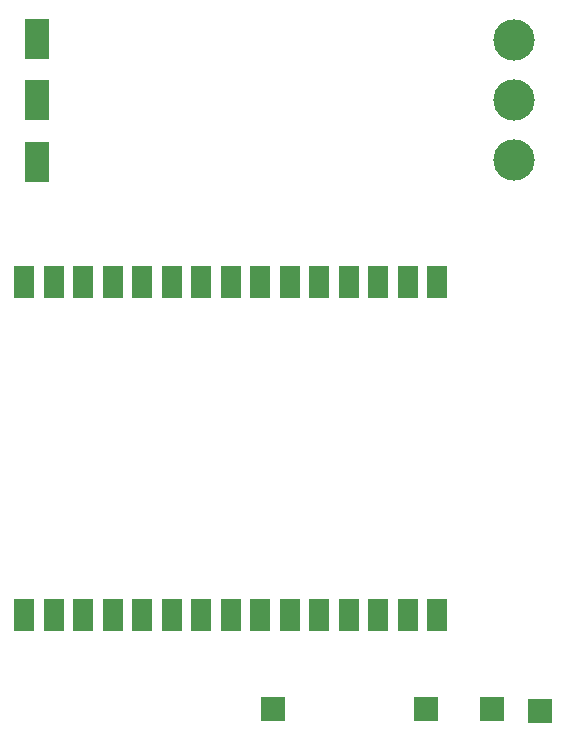
<source format=gtl>
G04 Layer: TopLayer*
G04 EasyEDA v6.5.23, 2023-05-29 03:48:35*
G04 b1c44b26816341a292666476a3caf7de,51573694c6ad4d119dcc01f1d09fdc26,10*
G04 Gerber Generator version 0.2*
G04 Scale: 100 percent, Rotated: No, Reflected: No *
G04 Dimensions in millimeters *
G04 leading zeros omitted , absolute positions ,4 integer and 5 decimal *
%FSLAX45Y45*%
%MOMM*%

%ADD10R,2.0000X2.0000*%
%ADD11R,1.8000X2.8000*%
%ADD12C,3.5000*%
%ADD13R,2.0000X3.5000*%

%LPD*%
D10*
G01*
X11008588Y495300D03*
G01*
X12308611Y495300D03*
G01*
X12865100Y495300D03*
G01*
X13271500Y482600D03*
D11*
G01*
X8905290Y1295095D03*
G01*
X9155277Y1295095D03*
G01*
X9405289Y1295095D03*
G01*
X9655276Y1295095D03*
G01*
X9905288Y1295095D03*
G01*
X10155300Y1295095D03*
G01*
X10405287Y1295095D03*
G01*
X10655300Y1295095D03*
G01*
X10905286Y1295095D03*
G01*
X11155299Y1295095D03*
G01*
X11405285Y1295095D03*
G01*
X11655297Y1295095D03*
G01*
X11905284Y1295095D03*
G01*
X12155297Y1295095D03*
G01*
X12405283Y1295095D03*
G01*
X8905290Y4115104D03*
G01*
X9155277Y4115104D03*
G01*
X9405289Y4115104D03*
G01*
X9655276Y4115104D03*
G01*
X9905288Y4115104D03*
G01*
X10155300Y4115104D03*
G01*
X10405287Y4115104D03*
G01*
X10655300Y4115104D03*
G01*
X10905286Y4115104D03*
G01*
X11155299Y4115104D03*
G01*
X11405285Y4115104D03*
G01*
X11655297Y4115104D03*
G01*
X11905284Y4115104D03*
G01*
X12155297Y4115104D03*
G01*
X12405283Y4115104D03*
D12*
G01*
X13055600Y5143500D03*
G01*
X13055600Y5651500D03*
G01*
X13055600Y6159500D03*
D13*
G01*
X9010650Y6172200D03*
G01*
X9010650Y5651500D03*
G01*
X9010650Y5130800D03*
M02*

</source>
